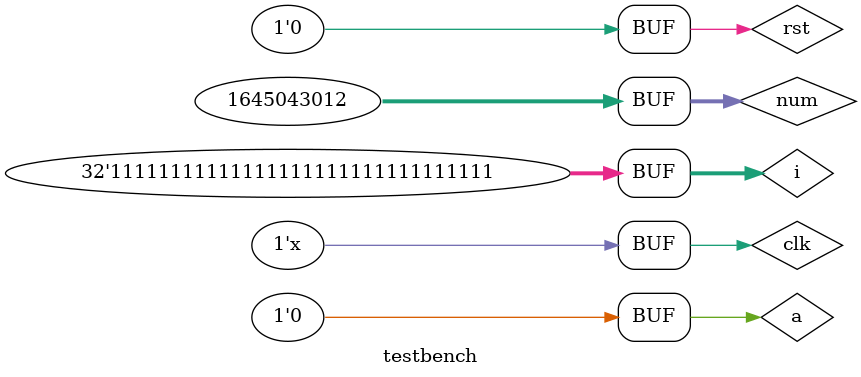
<source format=v>
`timescale 1ns/1ns
module testbench();

wire [3:0] n;
wire [3:0] s;
wire [2:0] x;

reg clk;
initial clk = 1;
always #10 clk = ~clk;

integer i = 0;
reg [31:0] num;

reg rst;
initial rst = 1;

reg a;
initial a = 0;

fsm aaa(x,n,s,a,rst,clk);

initial begin
	$dumpfile("d.vcd");
	$dumpvars(0,x,n,s,a,rst,clk);
	#20
	num = 32'b10011001011000100000100011101001;
		for(i=31;i>=0;i=i-1) begin
			a = num[i];
			rst = 0;	
			#10;
		end
		rst <= 1;
	#20
	num = 32'b00001001011101011110001110011110;
		for(i=31;i>=0;i=i-1) begin
			a = num[i];
			rst = 0;	
			#10;
		end
		rst <= 1;
	#20
	num = 32'b01000101010001000011100001110001;
		for(i=31;i>=0;i=i-1) begin
			a = num[i];
			rst = 0;	
			#10;
		end
		rst <= 1;
	#20
	num = 32'b01010001011010001010100001110100;
		for(i=31;i>=0;i=i-1) begin
			a = num[i];
			rst = 0;
			#10;
		end
		rst <= 1;
	#20
	num = 32'b01100010000011010101110101000100;
		for(i=31;i>=0;i=i-1) begin
			a = num[i];
			rst = 0;	
			#10;
		end
	
end

endmodule
</source>
